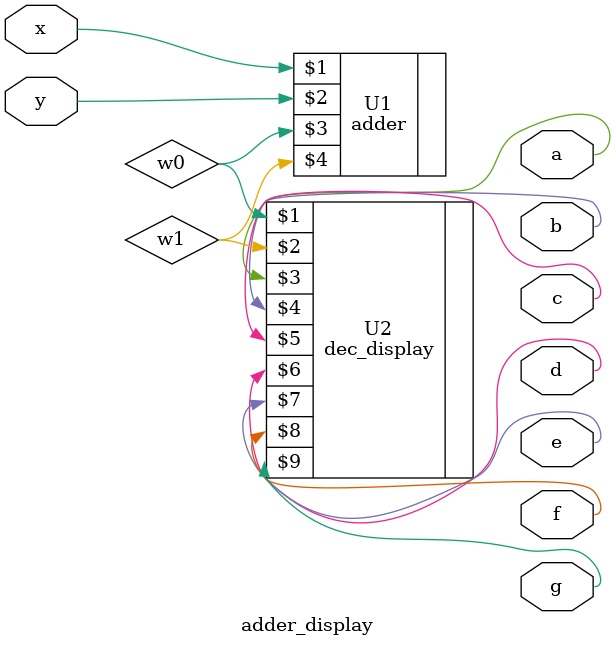
<source format=v>
module adder_display(x,y,a,b,c,d,e,f,g);
	input x,y;
	output a,b,c,d,e,f,g;
	wire w0,w1;


	adder U1(x,y,w0,w1);
	dec_display U2(w0,w1,a,b,c,d,e,f,g);



endmodule
</source>
